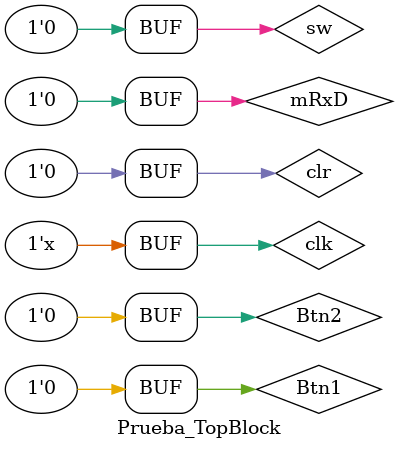
<source format=v>
`timescale 1ns / 1ps


module Prueba_TopBlock;

	// Inputs
	reg clk;
	reg Btn1;
	reg Btn2;
	reg mRxD;
	reg sw;
	reg clr;

	// Outputs
	wire [6:0] Leds7Seg;
	wire [3:0] Enable7Seg;
	wire [2:0] notaSalida;
	wire [3:0] JA;
	wire [2:0] red;
	wire [2:0] green;
	wire [1:0] blue;
	wire hsync;
	wire vsync;

	// Instantiate the Unit Under Test (UUT)
	TopBlock uut (
		.clk(clk), 
		.Btn1(Btn1), 
		.Btn2(Btn2), 
		.mRxD(mRxD), 
		.sw(sw), 
		.Leds7Seg(Leds7Seg), 
		.Enable7Seg(Enable7Seg), 
		.notaSalida(notaSalida), 
		.JA(JA), 
		.clr(clr), 
		.red(red), 
		.green(green), 
		.blue(blue), 
		.hsync(hsync), 
		.vsync(vsync)
	);

	initial begin
		// Initialize Inputs
		clk = 0;
		Btn1 = 0;
		Btn2 = 0;
		mRxD = 0;
		sw = 0;
		clr = 0;

		// Wait 100 ns for global reset to finish
		#100;
		
		clk = 0;
		Btn1 = 0;
		Btn2 = 1;
		mRxD = 0;
		sw = 0;
		clr = 0;
		
		#100;
		clk = 0;
		Btn1 = 0;
		Btn2 = 0;
		mRxD = 0;
		sw = 0;
		clr = 0;
        
		// Add stimulus here

	end
	
always begin #20 clk = ~clk; end
      
endmodule


</source>
